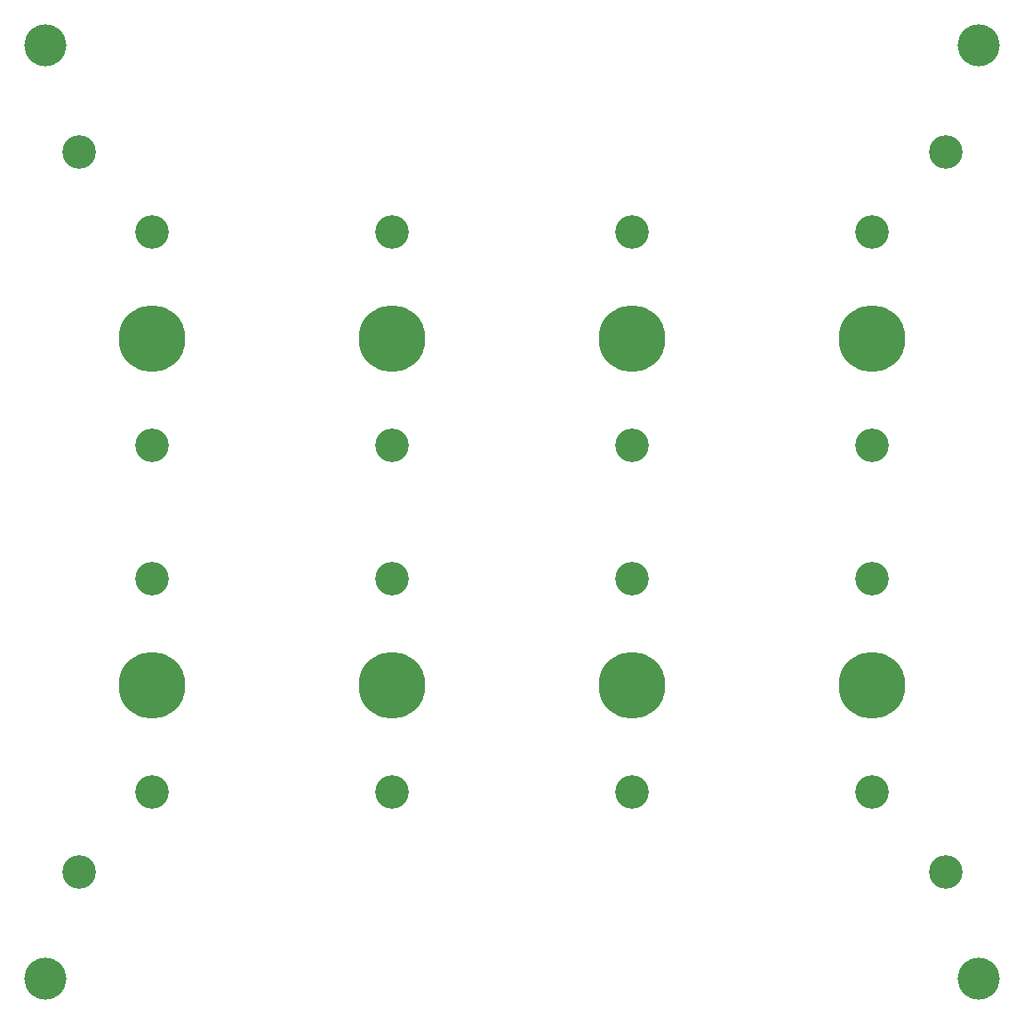
<source format=gbr>
%TF.GenerationSoftware,KiCad,Pcbnew,(5.1.10)-1*%
%TF.CreationDate,2021-11-06T18:12:36+11:00*%
%TF.ProjectId,pannel108-v2,70616e6e-656c-4313-9038-2d76322e6b69,rev?*%
%TF.SameCoordinates,Original*%
%TF.FileFunction,Soldermask,Bot*%
%TF.FilePolarity,Negative*%
%FSLAX46Y46*%
G04 Gerber Fmt 4.6, Leading zero omitted, Abs format (unit mm)*
G04 Created by KiCad (PCBNEW (5.1.10)-1) date 2021-11-06 18:12:36*
%MOMM*%
%LPD*%
G01*
G04 APERTURE LIST*
%ADD10C,3.200000*%
%ADD11C,6.350000*%
%ADD12C,4.000000*%
G04 APERTURE END LIST*
D10*
%TO.C,REF\u002A\u002A*%
X128905000Y-122605000D03*
%TD*%
%TO.C,REF\u002A\u002A*%
X128905000Y-102285000D03*
%TD*%
D11*
%TO.C,REF\u002A\u002A*%
X128905000Y-112445000D03*
%TD*%
D10*
%TO.C,REF\u002A\u002A*%
X106045000Y-122605000D03*
%TD*%
%TO.C,REF\u002A\u002A*%
X106045000Y-102285000D03*
%TD*%
D11*
%TO.C,REF\u002A\u002A*%
X106045000Y-112445000D03*
%TD*%
D10*
%TO.C,REF\u002A\u002A*%
X128905000Y-89585000D03*
%TD*%
%TO.C,REF\u002A\u002A*%
X128905000Y-69265000D03*
%TD*%
D11*
%TO.C,REF\u002A\u002A*%
X128905000Y-79425000D03*
%TD*%
D10*
%TO.C,REF\u002A\u002A*%
X106045000Y-89585000D03*
%TD*%
%TO.C,REF\u002A\u002A*%
X106045000Y-69265000D03*
%TD*%
D11*
%TO.C,REF\u002A\u002A*%
X106045000Y-79425000D03*
%TD*%
D10*
%TO.C,REF\u002A\u002A*%
X151765000Y-89585000D03*
%TD*%
%TO.C,REF\u002A\u002A*%
X151765000Y-69265000D03*
%TD*%
D11*
%TO.C,REF\u002A\u002A*%
X151765000Y-79425000D03*
%TD*%
D10*
%TO.C,REF\u002A\u002A*%
X151765000Y-122605000D03*
%TD*%
%TO.C,REF\u002A\u002A*%
X151765000Y-102285000D03*
%TD*%
D11*
%TO.C,REF\u002A\u002A*%
X151765000Y-112445000D03*
%TD*%
D10*
%TO.C,REF\u002A\u002A*%
X83185000Y-122605000D03*
%TD*%
%TO.C,REF\u002A\u002A*%
X83185000Y-102285000D03*
%TD*%
D11*
%TO.C,REF\u002A\u002A*%
X83185000Y-112445000D03*
%TD*%
D10*
%TO.C,REF\u002A\u002A*%
X83185000Y-89585000D03*
%TD*%
%TO.C,REF\u002A\u002A*%
X83185000Y-69265000D03*
%TD*%
D11*
%TO.C,REF\u002A\u002A*%
X83185000Y-79425000D03*
%TD*%
D12*
%TO.C,REF\u002A\u002A*%
X161925000Y-140385000D03*
%TD*%
%TO.C,REF\u002A\u002A*%
X73025000Y-140385000D03*
%TD*%
%TO.C,REF\u002A\u002A*%
X161925000Y-51485000D03*
%TD*%
%TO.C,REF\u002A\u002A*%
X73030000Y-51485000D03*
%TD*%
D10*
%TO.C,REF\u002A\u002A*%
X158750000Y-130225000D03*
%TD*%
%TO.C,REF\u002A\u002A*%
X158750000Y-61630000D03*
%TD*%
%TO.C,REF\u002A\u002A*%
X76200000Y-130225000D03*
%TD*%
%TO.C,REF\u002A\u002A*%
X76200000Y-61645000D03*
%TD*%
M02*

</source>
